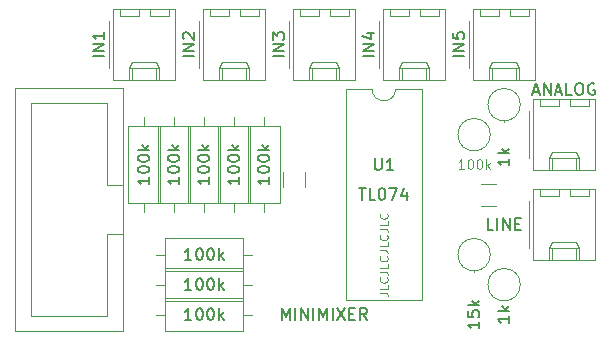
<source format=gbr>
%TF.GenerationSoftware,KiCad,Pcbnew,(6.0.5)*%
%TF.CreationDate,2022-06-03T17:18:30-04:00*%
%TF.ProjectId,minimixer,6d696e69-6d69-4786-9572-2e6b69636164,rev?*%
%TF.SameCoordinates,Original*%
%TF.FileFunction,Legend,Top*%
%TF.FilePolarity,Positive*%
%FSLAX46Y46*%
G04 Gerber Fmt 4.6, Leading zero omitted, Abs format (unit mm)*
G04 Created by KiCad (PCBNEW (6.0.5)) date 2022-06-03 17:18:30*
%MOMM*%
%LPD*%
G01*
G04 APERTURE LIST*
%ADD10C,0.150000*%
%ADD11C,0.120000*%
G04 APERTURE END LIST*
D10*
X86598571Y-157932380D02*
X86598571Y-156932380D01*
X86931904Y-157646666D01*
X87265238Y-156932380D01*
X87265238Y-157932380D01*
X87741428Y-157932380D02*
X87741428Y-156932380D01*
X88217619Y-157932380D02*
X88217619Y-156932380D01*
X88789047Y-157932380D01*
X88789047Y-156932380D01*
X89265238Y-157932380D02*
X89265238Y-156932380D01*
X89741428Y-157932380D02*
X89741428Y-156932380D01*
X90074761Y-157646666D01*
X90408095Y-156932380D01*
X90408095Y-157932380D01*
X90884285Y-157932380D02*
X90884285Y-156932380D01*
X91265238Y-156932380D02*
X91931904Y-157932380D01*
X91931904Y-156932380D02*
X91265238Y-157932380D01*
X92312857Y-157408571D02*
X92646190Y-157408571D01*
X92789047Y-157932380D02*
X92312857Y-157932380D01*
X92312857Y-156932380D01*
X92789047Y-156932380D01*
X93789047Y-157932380D02*
X93455714Y-157456190D01*
X93217619Y-157932380D02*
X93217619Y-156932380D01*
X93598571Y-156932380D01*
X93693809Y-156980000D01*
X93741428Y-157027619D01*
X93789047Y-157122857D01*
X93789047Y-157265714D01*
X93741428Y-157360952D01*
X93693809Y-157408571D01*
X93598571Y-157456190D01*
X93217619Y-157456190D01*
D11*
X94866666Y-155633333D02*
X95366666Y-155633333D01*
X95466666Y-155666666D01*
X95533333Y-155733333D01*
X95566666Y-155833333D01*
X95566666Y-155900000D01*
X95566666Y-154966666D02*
X95566666Y-155300000D01*
X94866666Y-155300000D01*
X95500000Y-154333333D02*
X95533333Y-154366666D01*
X95566666Y-154466666D01*
X95566666Y-154533333D01*
X95533333Y-154633333D01*
X95466666Y-154700000D01*
X95400000Y-154733333D01*
X95266666Y-154766666D01*
X95166666Y-154766666D01*
X95033333Y-154733333D01*
X94966666Y-154700000D01*
X94900000Y-154633333D01*
X94866666Y-154533333D01*
X94866666Y-154466666D01*
X94900000Y-154366666D01*
X94933333Y-154333333D01*
X94866666Y-153833333D02*
X95366666Y-153833333D01*
X95466666Y-153866666D01*
X95533333Y-153933333D01*
X95566666Y-154033333D01*
X95566666Y-154100000D01*
X95566666Y-153166666D02*
X95566666Y-153500000D01*
X94866666Y-153500000D01*
X95500000Y-152533333D02*
X95533333Y-152566666D01*
X95566666Y-152666666D01*
X95566666Y-152733333D01*
X95533333Y-152833333D01*
X95466666Y-152900000D01*
X95400000Y-152933333D01*
X95266666Y-152966666D01*
X95166666Y-152966666D01*
X95033333Y-152933333D01*
X94966666Y-152900000D01*
X94900000Y-152833333D01*
X94866666Y-152733333D01*
X94866666Y-152666666D01*
X94900000Y-152566666D01*
X94933333Y-152533333D01*
X94866666Y-152033333D02*
X95366666Y-152033333D01*
X95466666Y-152066666D01*
X95533333Y-152133333D01*
X95566666Y-152233333D01*
X95566666Y-152300000D01*
X95566666Y-151366666D02*
X95566666Y-151700000D01*
X94866666Y-151700000D01*
X95500000Y-150733333D02*
X95533333Y-150766666D01*
X95566666Y-150866666D01*
X95566666Y-150933333D01*
X95533333Y-151033333D01*
X95466666Y-151100000D01*
X95400000Y-151133333D01*
X95266666Y-151166666D01*
X95166666Y-151166666D01*
X95033333Y-151133333D01*
X94966666Y-151100000D01*
X94900000Y-151033333D01*
X94866666Y-150933333D01*
X94866666Y-150866666D01*
X94900000Y-150766666D01*
X94933333Y-150733333D01*
X94866666Y-150233333D02*
X95366666Y-150233333D01*
X95466666Y-150266666D01*
X95533333Y-150333333D01*
X95566666Y-150433333D01*
X95566666Y-150500000D01*
X95566666Y-149566666D02*
X95566666Y-149900000D01*
X94866666Y-149900000D01*
X95500000Y-148933333D02*
X95533333Y-148966666D01*
X95566666Y-149066666D01*
X95566666Y-149133333D01*
X95533333Y-149233333D01*
X95466666Y-149300000D01*
X95400000Y-149333333D01*
X95266666Y-149366666D01*
X95166666Y-149366666D01*
X95033333Y-149333333D01*
X94966666Y-149300000D01*
X94900000Y-149233333D01*
X94866666Y-149133333D01*
X94866666Y-149066666D01*
X94900000Y-148966666D01*
X94933333Y-148933333D01*
D10*
%TO.C,R2*%
X77922380Y-145851428D02*
X77922380Y-146422857D01*
X77922380Y-146137142D02*
X76922380Y-146137142D01*
X77065238Y-146232380D01*
X77160476Y-146327619D01*
X77208095Y-146422857D01*
X76922380Y-145232380D02*
X76922380Y-145137142D01*
X76970000Y-145041904D01*
X77017619Y-144994285D01*
X77112857Y-144946666D01*
X77303333Y-144899047D01*
X77541428Y-144899047D01*
X77731904Y-144946666D01*
X77827142Y-144994285D01*
X77874761Y-145041904D01*
X77922380Y-145137142D01*
X77922380Y-145232380D01*
X77874761Y-145327619D01*
X77827142Y-145375238D01*
X77731904Y-145422857D01*
X77541428Y-145470476D01*
X77303333Y-145470476D01*
X77112857Y-145422857D01*
X77017619Y-145375238D01*
X76970000Y-145327619D01*
X76922380Y-145232380D01*
X76922380Y-144280000D02*
X76922380Y-144184761D01*
X76970000Y-144089523D01*
X77017619Y-144041904D01*
X77112857Y-143994285D01*
X77303333Y-143946666D01*
X77541428Y-143946666D01*
X77731904Y-143994285D01*
X77827142Y-144041904D01*
X77874761Y-144089523D01*
X77922380Y-144184761D01*
X77922380Y-144280000D01*
X77874761Y-144375238D01*
X77827142Y-144422857D01*
X77731904Y-144470476D01*
X77541428Y-144518095D01*
X77303333Y-144518095D01*
X77112857Y-144470476D01*
X77017619Y-144422857D01*
X76970000Y-144375238D01*
X76922380Y-144280000D01*
X77922380Y-143518095D02*
X76922380Y-143518095D01*
X77541428Y-143422857D02*
X77922380Y-143137142D01*
X77255714Y-143137142D02*
X77636666Y-143518095D01*
%TO.C,R3*%
X80462380Y-145851428D02*
X80462380Y-146422857D01*
X80462380Y-146137142D02*
X79462380Y-146137142D01*
X79605238Y-146232380D01*
X79700476Y-146327619D01*
X79748095Y-146422857D01*
X79462380Y-145232380D02*
X79462380Y-145137142D01*
X79510000Y-145041904D01*
X79557619Y-144994285D01*
X79652857Y-144946666D01*
X79843333Y-144899047D01*
X80081428Y-144899047D01*
X80271904Y-144946666D01*
X80367142Y-144994285D01*
X80414761Y-145041904D01*
X80462380Y-145137142D01*
X80462380Y-145232380D01*
X80414761Y-145327619D01*
X80367142Y-145375238D01*
X80271904Y-145422857D01*
X80081428Y-145470476D01*
X79843333Y-145470476D01*
X79652857Y-145422857D01*
X79557619Y-145375238D01*
X79510000Y-145327619D01*
X79462380Y-145232380D01*
X79462380Y-144280000D02*
X79462380Y-144184761D01*
X79510000Y-144089523D01*
X79557619Y-144041904D01*
X79652857Y-143994285D01*
X79843333Y-143946666D01*
X80081428Y-143946666D01*
X80271904Y-143994285D01*
X80367142Y-144041904D01*
X80414761Y-144089523D01*
X80462380Y-144184761D01*
X80462380Y-144280000D01*
X80414761Y-144375238D01*
X80367142Y-144422857D01*
X80271904Y-144470476D01*
X80081428Y-144518095D01*
X79843333Y-144518095D01*
X79652857Y-144470476D01*
X79557619Y-144422857D01*
X79510000Y-144375238D01*
X79462380Y-144280000D01*
X80462380Y-143518095D02*
X79462380Y-143518095D01*
X80081428Y-143422857D02*
X80462380Y-143137142D01*
X79795714Y-143137142D02*
X80176666Y-143518095D01*
%TO.C,J3*%
X86812380Y-135620000D02*
X85812380Y-135620000D01*
X86812380Y-135143809D02*
X85812380Y-135143809D01*
X86812380Y-134572380D01*
X85812380Y-134572380D01*
X85812380Y-134191428D02*
X85812380Y-133572380D01*
X86193333Y-133905714D01*
X86193333Y-133762857D01*
X86240952Y-133667619D01*
X86288571Y-133620000D01*
X86383809Y-133572380D01*
X86621904Y-133572380D01*
X86717142Y-133620000D01*
X86764761Y-133667619D01*
X86812380Y-133762857D01*
X86812380Y-134048571D01*
X86764761Y-134143809D01*
X86717142Y-134191428D01*
%TO.C,J6*%
X107870952Y-138596666D02*
X108347142Y-138596666D01*
X107775714Y-138882380D02*
X108109047Y-137882380D01*
X108442380Y-138882380D01*
X108775714Y-138882380D02*
X108775714Y-137882380D01*
X109347142Y-138882380D01*
X109347142Y-137882380D01*
X109775714Y-138596666D02*
X110251904Y-138596666D01*
X109680476Y-138882380D02*
X110013809Y-137882380D01*
X110347142Y-138882380D01*
X111156666Y-138882380D02*
X110680476Y-138882380D01*
X110680476Y-137882380D01*
X111680476Y-137882380D02*
X111870952Y-137882380D01*
X111966190Y-137930000D01*
X112061428Y-138025238D01*
X112109047Y-138215714D01*
X112109047Y-138549047D01*
X112061428Y-138739523D01*
X111966190Y-138834761D01*
X111870952Y-138882380D01*
X111680476Y-138882380D01*
X111585238Y-138834761D01*
X111490000Y-138739523D01*
X111442380Y-138549047D01*
X111442380Y-138215714D01*
X111490000Y-138025238D01*
X111585238Y-137930000D01*
X111680476Y-137882380D01*
X113061428Y-137930000D02*
X112966190Y-137882380D01*
X112823333Y-137882380D01*
X112680476Y-137930000D01*
X112585238Y-138025238D01*
X112537619Y-138120476D01*
X112490000Y-138310952D01*
X112490000Y-138453809D01*
X112537619Y-138644285D01*
X112585238Y-138739523D01*
X112680476Y-138834761D01*
X112823333Y-138882380D01*
X112918571Y-138882380D01*
X113061428Y-138834761D01*
X113109047Y-138787142D01*
X113109047Y-138453809D01*
X112918571Y-138453809D01*
%TO.C,R12*%
X105862380Y-157599047D02*
X105862380Y-158170476D01*
X105862380Y-157884761D02*
X104862380Y-157884761D01*
X105005238Y-157980000D01*
X105100476Y-158075238D01*
X105148095Y-158170476D01*
X105862380Y-157170476D02*
X104862380Y-157170476D01*
X105481428Y-157075238D02*
X105862380Y-156789523D01*
X105195714Y-156789523D02*
X105576666Y-157170476D01*
%TO.C,J2*%
X79192380Y-135620000D02*
X78192380Y-135620000D01*
X79192380Y-135143809D02*
X78192380Y-135143809D01*
X79192380Y-134572380D01*
X78192380Y-134572380D01*
X78287619Y-134143809D02*
X78240000Y-134096190D01*
X78192380Y-134000952D01*
X78192380Y-133762857D01*
X78240000Y-133667619D01*
X78287619Y-133620000D01*
X78382857Y-133572380D01*
X78478095Y-133572380D01*
X78620952Y-133620000D01*
X79192380Y-134191428D01*
X79192380Y-133572380D01*
%TO.C,R1*%
X75382380Y-145851428D02*
X75382380Y-146422857D01*
X75382380Y-146137142D02*
X74382380Y-146137142D01*
X74525238Y-146232380D01*
X74620476Y-146327619D01*
X74668095Y-146422857D01*
X74382380Y-145232380D02*
X74382380Y-145137142D01*
X74430000Y-145041904D01*
X74477619Y-144994285D01*
X74572857Y-144946666D01*
X74763333Y-144899047D01*
X75001428Y-144899047D01*
X75191904Y-144946666D01*
X75287142Y-144994285D01*
X75334761Y-145041904D01*
X75382380Y-145137142D01*
X75382380Y-145232380D01*
X75334761Y-145327619D01*
X75287142Y-145375238D01*
X75191904Y-145422857D01*
X75001428Y-145470476D01*
X74763333Y-145470476D01*
X74572857Y-145422857D01*
X74477619Y-145375238D01*
X74430000Y-145327619D01*
X74382380Y-145232380D01*
X74382380Y-144280000D02*
X74382380Y-144184761D01*
X74430000Y-144089523D01*
X74477619Y-144041904D01*
X74572857Y-143994285D01*
X74763333Y-143946666D01*
X75001428Y-143946666D01*
X75191904Y-143994285D01*
X75287142Y-144041904D01*
X75334761Y-144089523D01*
X75382380Y-144184761D01*
X75382380Y-144280000D01*
X75334761Y-144375238D01*
X75287142Y-144422857D01*
X75191904Y-144470476D01*
X75001428Y-144518095D01*
X74763333Y-144518095D01*
X74572857Y-144470476D01*
X74477619Y-144422857D01*
X74430000Y-144375238D01*
X74382380Y-144280000D01*
X75382380Y-143518095D02*
X74382380Y-143518095D01*
X75001428Y-143422857D02*
X75382380Y-143137142D01*
X74715714Y-143137142D02*
X75096666Y-143518095D01*
%TO.C,R4*%
X83002380Y-145851428D02*
X83002380Y-146422857D01*
X83002380Y-146137142D02*
X82002380Y-146137142D01*
X82145238Y-146232380D01*
X82240476Y-146327619D01*
X82288095Y-146422857D01*
X82002380Y-145232380D02*
X82002380Y-145137142D01*
X82050000Y-145041904D01*
X82097619Y-144994285D01*
X82192857Y-144946666D01*
X82383333Y-144899047D01*
X82621428Y-144899047D01*
X82811904Y-144946666D01*
X82907142Y-144994285D01*
X82954761Y-145041904D01*
X83002380Y-145137142D01*
X83002380Y-145232380D01*
X82954761Y-145327619D01*
X82907142Y-145375238D01*
X82811904Y-145422857D01*
X82621428Y-145470476D01*
X82383333Y-145470476D01*
X82192857Y-145422857D01*
X82097619Y-145375238D01*
X82050000Y-145327619D01*
X82002380Y-145232380D01*
X82002380Y-144280000D02*
X82002380Y-144184761D01*
X82050000Y-144089523D01*
X82097619Y-144041904D01*
X82192857Y-143994285D01*
X82383333Y-143946666D01*
X82621428Y-143946666D01*
X82811904Y-143994285D01*
X82907142Y-144041904D01*
X82954761Y-144089523D01*
X83002380Y-144184761D01*
X83002380Y-144280000D01*
X82954761Y-144375238D01*
X82907142Y-144422857D01*
X82811904Y-144470476D01*
X82621428Y-144518095D01*
X82383333Y-144518095D01*
X82192857Y-144470476D01*
X82097619Y-144422857D01*
X82050000Y-144375238D01*
X82002380Y-144280000D01*
X83002380Y-143518095D02*
X82002380Y-143518095D01*
X82621428Y-143422857D02*
X83002380Y-143137142D01*
X82335714Y-143137142D02*
X82716666Y-143518095D01*
%TO.C,R10*%
X78938571Y-155392380D02*
X78367142Y-155392380D01*
X78652857Y-155392380D02*
X78652857Y-154392380D01*
X78557619Y-154535238D01*
X78462380Y-154630476D01*
X78367142Y-154678095D01*
X79557619Y-154392380D02*
X79652857Y-154392380D01*
X79748095Y-154440000D01*
X79795714Y-154487619D01*
X79843333Y-154582857D01*
X79890952Y-154773333D01*
X79890952Y-155011428D01*
X79843333Y-155201904D01*
X79795714Y-155297142D01*
X79748095Y-155344761D01*
X79652857Y-155392380D01*
X79557619Y-155392380D01*
X79462380Y-155344761D01*
X79414761Y-155297142D01*
X79367142Y-155201904D01*
X79319523Y-155011428D01*
X79319523Y-154773333D01*
X79367142Y-154582857D01*
X79414761Y-154487619D01*
X79462380Y-154440000D01*
X79557619Y-154392380D01*
X80510000Y-154392380D02*
X80605238Y-154392380D01*
X80700476Y-154440000D01*
X80748095Y-154487619D01*
X80795714Y-154582857D01*
X80843333Y-154773333D01*
X80843333Y-155011428D01*
X80795714Y-155201904D01*
X80748095Y-155297142D01*
X80700476Y-155344761D01*
X80605238Y-155392380D01*
X80510000Y-155392380D01*
X80414761Y-155344761D01*
X80367142Y-155297142D01*
X80319523Y-155201904D01*
X80271904Y-155011428D01*
X80271904Y-154773333D01*
X80319523Y-154582857D01*
X80367142Y-154487619D01*
X80414761Y-154440000D01*
X80510000Y-154392380D01*
X81271904Y-155392380D02*
X81271904Y-154392380D01*
X81367142Y-155011428D02*
X81652857Y-155392380D01*
X81652857Y-154725714D02*
X81271904Y-155106666D01*
%TO.C,R11*%
X103322380Y-158075238D02*
X103322380Y-158646666D01*
X103322380Y-158360952D02*
X102322380Y-158360952D01*
X102465238Y-158456190D01*
X102560476Y-158551428D01*
X102608095Y-158646666D01*
X102322380Y-157170476D02*
X102322380Y-157646666D01*
X102798571Y-157694285D01*
X102750952Y-157646666D01*
X102703333Y-157551428D01*
X102703333Y-157313333D01*
X102750952Y-157218095D01*
X102798571Y-157170476D01*
X102893809Y-157122857D01*
X103131904Y-157122857D01*
X103227142Y-157170476D01*
X103274761Y-157218095D01*
X103322380Y-157313333D01*
X103322380Y-157551428D01*
X103274761Y-157646666D01*
X103227142Y-157694285D01*
X103322380Y-156694285D02*
X102322380Y-156694285D01*
X102941428Y-156599047D02*
X103322380Y-156313333D01*
X102655714Y-156313333D02*
X103036666Y-156694285D01*
%TO.C,R6*%
X78938571Y-152852380D02*
X78367142Y-152852380D01*
X78652857Y-152852380D02*
X78652857Y-151852380D01*
X78557619Y-151995238D01*
X78462380Y-152090476D01*
X78367142Y-152138095D01*
X79557619Y-151852380D02*
X79652857Y-151852380D01*
X79748095Y-151900000D01*
X79795714Y-151947619D01*
X79843333Y-152042857D01*
X79890952Y-152233333D01*
X79890952Y-152471428D01*
X79843333Y-152661904D01*
X79795714Y-152757142D01*
X79748095Y-152804761D01*
X79652857Y-152852380D01*
X79557619Y-152852380D01*
X79462380Y-152804761D01*
X79414761Y-152757142D01*
X79367142Y-152661904D01*
X79319523Y-152471428D01*
X79319523Y-152233333D01*
X79367142Y-152042857D01*
X79414761Y-151947619D01*
X79462380Y-151900000D01*
X79557619Y-151852380D01*
X80510000Y-151852380D02*
X80605238Y-151852380D01*
X80700476Y-151900000D01*
X80748095Y-151947619D01*
X80795714Y-152042857D01*
X80843333Y-152233333D01*
X80843333Y-152471428D01*
X80795714Y-152661904D01*
X80748095Y-152757142D01*
X80700476Y-152804761D01*
X80605238Y-152852380D01*
X80510000Y-152852380D01*
X80414761Y-152804761D01*
X80367142Y-152757142D01*
X80319523Y-152661904D01*
X80271904Y-152471428D01*
X80271904Y-152233333D01*
X80319523Y-152042857D01*
X80367142Y-151947619D01*
X80414761Y-151900000D01*
X80510000Y-151852380D01*
X81271904Y-152852380D02*
X81271904Y-151852380D01*
X81367142Y-152471428D02*
X81652857Y-152852380D01*
X81652857Y-152185714D02*
X81271904Y-152566666D01*
%TO.C,R7*%
X78938571Y-157932380D02*
X78367142Y-157932380D01*
X78652857Y-157932380D02*
X78652857Y-156932380D01*
X78557619Y-157075238D01*
X78462380Y-157170476D01*
X78367142Y-157218095D01*
X79557619Y-156932380D02*
X79652857Y-156932380D01*
X79748095Y-156980000D01*
X79795714Y-157027619D01*
X79843333Y-157122857D01*
X79890952Y-157313333D01*
X79890952Y-157551428D01*
X79843333Y-157741904D01*
X79795714Y-157837142D01*
X79748095Y-157884761D01*
X79652857Y-157932380D01*
X79557619Y-157932380D01*
X79462380Y-157884761D01*
X79414761Y-157837142D01*
X79367142Y-157741904D01*
X79319523Y-157551428D01*
X79319523Y-157313333D01*
X79367142Y-157122857D01*
X79414761Y-157027619D01*
X79462380Y-156980000D01*
X79557619Y-156932380D01*
X80510000Y-156932380D02*
X80605238Y-156932380D01*
X80700476Y-156980000D01*
X80748095Y-157027619D01*
X80795714Y-157122857D01*
X80843333Y-157313333D01*
X80843333Y-157551428D01*
X80795714Y-157741904D01*
X80748095Y-157837142D01*
X80700476Y-157884761D01*
X80605238Y-157932380D01*
X80510000Y-157932380D01*
X80414761Y-157884761D01*
X80367142Y-157837142D01*
X80319523Y-157741904D01*
X80271904Y-157551428D01*
X80271904Y-157313333D01*
X80319523Y-157122857D01*
X80367142Y-157027619D01*
X80414761Y-156980000D01*
X80510000Y-156932380D01*
X81271904Y-157932380D02*
X81271904Y-156932380D01*
X81367142Y-157551428D02*
X81652857Y-157932380D01*
X81652857Y-157265714D02*
X81271904Y-157646666D01*
D11*
%TO.C,R8*%
X102012857Y-145141904D02*
X101555714Y-145141904D01*
X101784285Y-145141904D02*
X101784285Y-144341904D01*
X101708095Y-144456190D01*
X101631904Y-144532380D01*
X101555714Y-144570476D01*
X102508095Y-144341904D02*
X102584285Y-144341904D01*
X102660476Y-144380000D01*
X102698571Y-144418095D01*
X102736666Y-144494285D01*
X102774761Y-144646666D01*
X102774761Y-144837142D01*
X102736666Y-144989523D01*
X102698571Y-145065714D01*
X102660476Y-145103809D01*
X102584285Y-145141904D01*
X102508095Y-145141904D01*
X102431904Y-145103809D01*
X102393809Y-145065714D01*
X102355714Y-144989523D01*
X102317619Y-144837142D01*
X102317619Y-144646666D01*
X102355714Y-144494285D01*
X102393809Y-144418095D01*
X102431904Y-144380000D01*
X102508095Y-144341904D01*
X103270000Y-144341904D02*
X103346190Y-144341904D01*
X103422380Y-144380000D01*
X103460476Y-144418095D01*
X103498571Y-144494285D01*
X103536666Y-144646666D01*
X103536666Y-144837142D01*
X103498571Y-144989523D01*
X103460476Y-145065714D01*
X103422380Y-145103809D01*
X103346190Y-145141904D01*
X103270000Y-145141904D01*
X103193809Y-145103809D01*
X103155714Y-145065714D01*
X103117619Y-144989523D01*
X103079523Y-144837142D01*
X103079523Y-144646666D01*
X103117619Y-144494285D01*
X103155714Y-144418095D01*
X103193809Y-144380000D01*
X103270000Y-144341904D01*
X103879523Y-145141904D02*
X103879523Y-144341904D01*
X103955714Y-144837142D02*
X104184285Y-145141904D01*
X104184285Y-144608571D02*
X103879523Y-144913333D01*
D10*
%TO.C,R9*%
X105862380Y-144264047D02*
X105862380Y-144835476D01*
X105862380Y-144549761D02*
X104862380Y-144549761D01*
X105005238Y-144645000D01*
X105100476Y-144740238D01*
X105148095Y-144835476D01*
X105862380Y-143835476D02*
X104862380Y-143835476D01*
X105481428Y-143740238D02*
X105862380Y-143454523D01*
X105195714Y-143454523D02*
X105576666Y-143835476D01*
%TO.C,J5*%
X102052380Y-135620000D02*
X101052380Y-135620000D01*
X102052380Y-135143809D02*
X101052380Y-135143809D01*
X102052380Y-134572380D01*
X101052380Y-134572380D01*
X101052380Y-133620000D02*
X101052380Y-134096190D01*
X101528571Y-134143809D01*
X101480952Y-134096190D01*
X101433333Y-134000952D01*
X101433333Y-133762857D01*
X101480952Y-133667619D01*
X101528571Y-133620000D01*
X101623809Y-133572380D01*
X101861904Y-133572380D01*
X101957142Y-133620000D01*
X102004761Y-133667619D01*
X102052380Y-133762857D01*
X102052380Y-134000952D01*
X102004761Y-134096190D01*
X101957142Y-134143809D01*
%TO.C,R5*%
X85542380Y-145851428D02*
X85542380Y-146422857D01*
X85542380Y-146137142D02*
X84542380Y-146137142D01*
X84685238Y-146232380D01*
X84780476Y-146327619D01*
X84828095Y-146422857D01*
X84542380Y-145232380D02*
X84542380Y-145137142D01*
X84590000Y-145041904D01*
X84637619Y-144994285D01*
X84732857Y-144946666D01*
X84923333Y-144899047D01*
X85161428Y-144899047D01*
X85351904Y-144946666D01*
X85447142Y-144994285D01*
X85494761Y-145041904D01*
X85542380Y-145137142D01*
X85542380Y-145232380D01*
X85494761Y-145327619D01*
X85447142Y-145375238D01*
X85351904Y-145422857D01*
X85161428Y-145470476D01*
X84923333Y-145470476D01*
X84732857Y-145422857D01*
X84637619Y-145375238D01*
X84590000Y-145327619D01*
X84542380Y-145232380D01*
X84542380Y-144280000D02*
X84542380Y-144184761D01*
X84590000Y-144089523D01*
X84637619Y-144041904D01*
X84732857Y-143994285D01*
X84923333Y-143946666D01*
X85161428Y-143946666D01*
X85351904Y-143994285D01*
X85447142Y-144041904D01*
X85494761Y-144089523D01*
X85542380Y-144184761D01*
X85542380Y-144280000D01*
X85494761Y-144375238D01*
X85447142Y-144422857D01*
X85351904Y-144470476D01*
X85161428Y-144518095D01*
X84923333Y-144518095D01*
X84732857Y-144470476D01*
X84637619Y-144422857D01*
X84590000Y-144375238D01*
X84542380Y-144280000D01*
X85542380Y-143518095D02*
X84542380Y-143518095D01*
X85161428Y-143422857D02*
X85542380Y-143137142D01*
X84875714Y-143137142D02*
X85256666Y-143518095D01*
%TO.C,U1*%
X94468095Y-144232380D02*
X94468095Y-145041904D01*
X94515714Y-145137142D01*
X94563333Y-145184761D01*
X94658571Y-145232380D01*
X94849047Y-145232380D01*
X94944285Y-145184761D01*
X94991904Y-145137142D01*
X95039523Y-145041904D01*
X95039523Y-144232380D01*
X96039523Y-145232380D02*
X95468095Y-145232380D01*
X95753809Y-145232380D02*
X95753809Y-144232380D01*
X95658571Y-144375238D01*
X95563333Y-144470476D01*
X95468095Y-144518095D01*
X93110952Y-146772380D02*
X93682380Y-146772380D01*
X93396666Y-147772380D02*
X93396666Y-146772380D01*
X94491904Y-147772380D02*
X94015714Y-147772380D01*
X94015714Y-146772380D01*
X95015714Y-146772380D02*
X95110952Y-146772380D01*
X95206190Y-146820000D01*
X95253809Y-146867619D01*
X95301428Y-146962857D01*
X95349047Y-147153333D01*
X95349047Y-147391428D01*
X95301428Y-147581904D01*
X95253809Y-147677142D01*
X95206190Y-147724761D01*
X95110952Y-147772380D01*
X95015714Y-147772380D01*
X94920476Y-147724761D01*
X94872857Y-147677142D01*
X94825238Y-147581904D01*
X94777619Y-147391428D01*
X94777619Y-147153333D01*
X94825238Y-146962857D01*
X94872857Y-146867619D01*
X94920476Y-146820000D01*
X95015714Y-146772380D01*
X95682380Y-146772380D02*
X96349047Y-146772380D01*
X95920476Y-147772380D01*
X97158571Y-147105714D02*
X97158571Y-147772380D01*
X96920476Y-146724761D02*
X96682380Y-147439047D01*
X97301428Y-147439047D01*
%TO.C,J8*%
X104505238Y-150312380D02*
X104029047Y-150312380D01*
X104029047Y-149312380D01*
X104838571Y-150312380D02*
X104838571Y-149312380D01*
X105314761Y-150312380D02*
X105314761Y-149312380D01*
X105886190Y-150312380D01*
X105886190Y-149312380D01*
X106362380Y-149788571D02*
X106695714Y-149788571D01*
X106838571Y-150312380D02*
X106362380Y-150312380D01*
X106362380Y-149312380D01*
X106838571Y-149312380D01*
%TO.C,J4*%
X94432380Y-135620000D02*
X93432380Y-135620000D01*
X94432380Y-135143809D02*
X93432380Y-135143809D01*
X94432380Y-134572380D01*
X93432380Y-134572380D01*
X93765714Y-133667619D02*
X94432380Y-133667619D01*
X93384761Y-133905714D02*
X94099047Y-134143809D01*
X94099047Y-133524761D01*
%TO.C,J1*%
X71572380Y-135620000D02*
X70572380Y-135620000D01*
X71572380Y-135143809D02*
X70572380Y-135143809D01*
X71572380Y-134572380D01*
X70572380Y-134572380D01*
X71572380Y-133572380D02*
X71572380Y-134143809D01*
X71572380Y-133858095D02*
X70572380Y-133858095D01*
X70715238Y-133953333D01*
X70810476Y-134048571D01*
X70858095Y-134143809D01*
D11*
%TO.C,R2*%
X77470000Y-148820000D02*
X77470000Y-148050000D01*
X78840000Y-141510000D02*
X76100000Y-141510000D01*
X76100000Y-148050000D02*
X78840000Y-148050000D01*
X77470000Y-140740000D02*
X77470000Y-141510000D01*
X78840000Y-148050000D02*
X78840000Y-141510000D01*
X76100000Y-141510000D02*
X76100000Y-148050000D01*
%TO.C,R3*%
X81380000Y-141510000D02*
X78640000Y-141510000D01*
X80010000Y-140740000D02*
X80010000Y-141510000D01*
X78640000Y-148050000D02*
X81380000Y-148050000D01*
X80010000Y-148820000D02*
X80010000Y-148050000D01*
X78640000Y-141510000D02*
X78640000Y-148050000D01*
X81380000Y-148050000D02*
X81380000Y-141510000D01*
%TO.C,J3*%
X91190000Y-137610000D02*
X91190000Y-136610000D01*
X92820000Y-131590000D02*
X87520000Y-131590000D01*
X91440000Y-136610000D02*
X91440000Y-137610000D01*
X87520000Y-137610000D02*
X92820000Y-137610000D01*
X88900000Y-137610000D02*
X88900000Y-136610000D01*
X92820000Y-137610000D02*
X92820000Y-131590000D01*
X91190000Y-136080000D02*
X91440000Y-136610000D01*
X90640000Y-132190000D02*
X92240000Y-132190000D01*
X88100000Y-132190000D02*
X89700000Y-132190000D01*
X89150000Y-137610000D02*
X89150000Y-136610000D01*
X89700000Y-132190000D02*
X89700000Y-131590000D01*
X90640000Y-131590000D02*
X90640000Y-132190000D01*
X87520000Y-131590000D02*
X87520000Y-137610000D01*
X92240000Y-132190000D02*
X92240000Y-131590000D01*
X88900000Y-136610000D02*
X89150000Y-136080000D01*
X89150000Y-136080000D02*
X91190000Y-136080000D01*
X88100000Y-131590000D02*
X88100000Y-132190000D01*
X87230000Y-132620000D02*
X87230000Y-136620000D01*
X88900000Y-136610000D02*
X91440000Y-136610000D01*
%TO.C,J6*%
X108420000Y-139210000D02*
X108420000Y-139810000D01*
X110020000Y-139810000D02*
X110020000Y-139210000D01*
X111510000Y-143700000D02*
X111760000Y-144230000D01*
X110960000Y-139810000D02*
X112560000Y-139810000D01*
X111760000Y-144230000D02*
X111760000Y-145230000D01*
X110960000Y-139210000D02*
X110960000Y-139810000D01*
X107550000Y-140240000D02*
X107550000Y-144240000D01*
X109220000Y-145230000D02*
X109220000Y-144230000D01*
X111510000Y-145230000D02*
X111510000Y-144230000D01*
X108420000Y-139810000D02*
X110020000Y-139810000D01*
X107840000Y-139210000D02*
X107840000Y-145230000D01*
X109470000Y-143700000D02*
X111510000Y-143700000D01*
X109220000Y-144230000D02*
X111760000Y-144230000D01*
X113140000Y-139210000D02*
X107840000Y-139210000D01*
X107840000Y-145230000D02*
X113140000Y-145230000D01*
X109470000Y-145230000D02*
X109470000Y-144230000D01*
X112560000Y-139810000D02*
X112560000Y-139210000D01*
X109220000Y-144230000D02*
X109470000Y-143700000D01*
X113140000Y-145230000D02*
X113140000Y-139210000D01*
%TO.C,R12*%
X105410000Y-153570000D02*
X105410000Y-153500000D01*
X106780000Y-154940000D02*
G75*
G03*
X106780000Y-154940000I-1370000J0D01*
G01*
%TO.C,J2*%
X84620000Y-132190000D02*
X84620000Y-131590000D01*
X85200000Y-131590000D02*
X79900000Y-131590000D01*
X79610000Y-132620000D02*
X79610000Y-136620000D01*
X83820000Y-136610000D02*
X83820000Y-137610000D01*
X81280000Y-137610000D02*
X81280000Y-136610000D01*
X81280000Y-136610000D02*
X83820000Y-136610000D01*
X79900000Y-137610000D02*
X85200000Y-137610000D01*
X80480000Y-131590000D02*
X80480000Y-132190000D01*
X81530000Y-136080000D02*
X83570000Y-136080000D01*
X83570000Y-136080000D02*
X83820000Y-136610000D01*
X83020000Y-131590000D02*
X83020000Y-132190000D01*
X81530000Y-137610000D02*
X81530000Y-136610000D01*
X79900000Y-131590000D02*
X79900000Y-137610000D01*
X81280000Y-136610000D02*
X81530000Y-136080000D01*
X85200000Y-137610000D02*
X85200000Y-131590000D01*
X80480000Y-132190000D02*
X82080000Y-132190000D01*
X83570000Y-137610000D02*
X83570000Y-136610000D01*
X82080000Y-132190000D02*
X82080000Y-131590000D01*
X83020000Y-132190000D02*
X84620000Y-132190000D01*
%TO.C,R1*%
X76300000Y-141510000D02*
X73560000Y-141510000D01*
X76300000Y-148050000D02*
X76300000Y-141510000D01*
X74930000Y-148820000D02*
X74930000Y-148050000D01*
X73560000Y-141510000D02*
X73560000Y-148050000D01*
X74930000Y-140740000D02*
X74930000Y-141510000D01*
X73560000Y-148050000D02*
X76300000Y-148050000D01*
%TO.C,R4*%
X81180000Y-141510000D02*
X81180000Y-148050000D01*
X82550000Y-148820000D02*
X82550000Y-148050000D01*
X83920000Y-148050000D02*
X83920000Y-141510000D01*
X83920000Y-141510000D02*
X81180000Y-141510000D01*
X82550000Y-140740000D02*
X82550000Y-141510000D01*
X81180000Y-148050000D02*
X83920000Y-148050000D01*
%TO.C,C1*%
X86710000Y-146699000D02*
X86710000Y-145441000D01*
X88550000Y-146699000D02*
X88550000Y-145441000D01*
%TO.C,R10*%
X84050000Y-154940000D02*
X83280000Y-154940000D01*
X76740000Y-156310000D02*
X83280000Y-156310000D01*
X76740000Y-153570000D02*
X76740000Y-156310000D01*
X83280000Y-156310000D02*
X83280000Y-153570000D01*
X83280000Y-153570000D02*
X76740000Y-153570000D01*
X75970000Y-154940000D02*
X76740000Y-154940000D01*
%TO.C,R11*%
X102870000Y-153770000D02*
X102870000Y-153840000D01*
X104240000Y-152400000D02*
G75*
G03*
X104240000Y-152400000I-1370000J0D01*
G01*
%TO.C,R6*%
X83280000Y-153770000D02*
X83280000Y-151030000D01*
X83280000Y-151030000D02*
X76740000Y-151030000D01*
X75970000Y-152400000D02*
X76740000Y-152400000D01*
X76740000Y-153770000D02*
X83280000Y-153770000D01*
X76740000Y-151030000D02*
X76740000Y-153770000D01*
X84050000Y-152400000D02*
X83280000Y-152400000D01*
%TO.C,R7*%
X76740000Y-158850000D02*
X83280000Y-158850000D01*
X76740000Y-156110000D02*
X76740000Y-158850000D01*
X83280000Y-156110000D02*
X76740000Y-156110000D01*
X83280000Y-158850000D02*
X83280000Y-156110000D01*
X84050000Y-157480000D02*
X83280000Y-157480000D01*
X75970000Y-157480000D02*
X76740000Y-157480000D01*
%TO.C,J7*%
X73140000Y-158880000D02*
X64020000Y-158880000D01*
X64020000Y-138300000D02*
X73140000Y-138300000D01*
X71830000Y-150640000D02*
X71830000Y-157580000D01*
X65330000Y-139600000D02*
X71830000Y-139600000D01*
X71830000Y-146540000D02*
X71830000Y-146540000D01*
X64020000Y-158880000D02*
X64020000Y-138300000D01*
X71830000Y-146540000D02*
X73140000Y-146540000D01*
X73140000Y-138300000D02*
X73140000Y-158880000D01*
X73140000Y-150640000D02*
X71830000Y-150640000D01*
X71830000Y-157580000D02*
X65330000Y-157580000D01*
X65330000Y-157580000D02*
X65330000Y-139600000D01*
X71830000Y-139600000D02*
X71830000Y-146540000D01*
%TO.C,R8*%
X102870000Y-140870000D02*
X102870000Y-140800000D01*
X104240000Y-142240000D02*
G75*
G03*
X104240000Y-142240000I-1370000J0D01*
G01*
%TO.C,R9*%
X105410000Y-141070000D02*
X105410000Y-141140000D01*
X106780000Y-139700000D02*
G75*
G03*
X106780000Y-139700000I-1370000J0D01*
G01*
%TO.C,J5*%
X102760000Y-131590000D02*
X102760000Y-137610000D01*
X104390000Y-137610000D02*
X104390000Y-136610000D01*
X107480000Y-132190000D02*
X107480000Y-131590000D01*
X104390000Y-136080000D02*
X106430000Y-136080000D01*
X103340000Y-131590000D02*
X103340000Y-132190000D01*
X106430000Y-136080000D02*
X106680000Y-136610000D01*
X108060000Y-137610000D02*
X108060000Y-131590000D01*
X106680000Y-136610000D02*
X106680000Y-137610000D01*
X102470000Y-132620000D02*
X102470000Y-136620000D01*
X104940000Y-132190000D02*
X104940000Y-131590000D01*
X108060000Y-131590000D02*
X102760000Y-131590000D01*
X105880000Y-131590000D02*
X105880000Y-132190000D01*
X102760000Y-137610000D02*
X108060000Y-137610000D01*
X105880000Y-132190000D02*
X107480000Y-132190000D01*
X103340000Y-132190000D02*
X104940000Y-132190000D01*
X104140000Y-136610000D02*
X106680000Y-136610000D01*
X104140000Y-136610000D02*
X104390000Y-136080000D01*
X106430000Y-137610000D02*
X106430000Y-136610000D01*
X104140000Y-137610000D02*
X104140000Y-136610000D01*
%TO.C,R5*%
X85090000Y-148820000D02*
X85090000Y-148050000D01*
X83720000Y-148050000D02*
X86460000Y-148050000D01*
X86460000Y-141510000D02*
X83720000Y-141510000D01*
X86460000Y-148050000D02*
X86460000Y-141510000D01*
X85090000Y-140740000D02*
X85090000Y-141510000D01*
X83720000Y-141510000D02*
X83720000Y-148050000D01*
%TO.C,U1*%
X94230000Y-138365000D02*
G75*
G03*
X96230000Y-138365000I1000000J0D01*
G01*
X98465000Y-156265000D02*
X98465000Y-138365000D01*
X91995000Y-156265000D02*
X98465000Y-156265000D01*
X91995000Y-138365000D02*
X91995000Y-156265000D01*
X94230000Y-138365000D02*
X91995000Y-138365000D01*
X98465000Y-138365000D02*
X96230000Y-138365000D01*
%TO.C,J8*%
X107550000Y-147860000D02*
X107550000Y-151860000D01*
X109220000Y-152850000D02*
X109220000Y-151850000D01*
X107840000Y-152850000D02*
X113140000Y-152850000D01*
X110960000Y-147430000D02*
X112560000Y-147430000D01*
X108420000Y-146830000D02*
X108420000Y-147430000D01*
X109220000Y-151850000D02*
X111760000Y-151850000D01*
X109220000Y-151850000D02*
X109470000Y-151320000D01*
X113140000Y-146830000D02*
X107840000Y-146830000D01*
X109470000Y-151320000D02*
X111510000Y-151320000D01*
X110020000Y-147430000D02*
X110020000Y-146830000D01*
X109470000Y-152850000D02*
X109470000Y-151850000D01*
X108420000Y-147430000D02*
X110020000Y-147430000D01*
X111510000Y-151320000D02*
X111760000Y-151850000D01*
X111760000Y-151850000D02*
X111760000Y-152850000D01*
X113140000Y-152850000D02*
X113140000Y-146830000D01*
X110960000Y-146830000D02*
X110960000Y-147430000D01*
X111510000Y-152850000D02*
X111510000Y-151850000D01*
X112560000Y-147430000D02*
X112560000Y-146830000D01*
X107840000Y-146830000D02*
X107840000Y-152850000D01*
%TO.C,J4*%
X98260000Y-132190000D02*
X99860000Y-132190000D01*
X97320000Y-132190000D02*
X97320000Y-131590000D01*
X100440000Y-131590000D02*
X95140000Y-131590000D01*
X100440000Y-137610000D02*
X100440000Y-131590000D01*
X95140000Y-131590000D02*
X95140000Y-137610000D01*
X95720000Y-132190000D02*
X97320000Y-132190000D01*
X98810000Y-136080000D02*
X99060000Y-136610000D01*
X94850000Y-132620000D02*
X94850000Y-136620000D01*
X98810000Y-137610000D02*
X98810000Y-136610000D01*
X96520000Y-136610000D02*
X99060000Y-136610000D01*
X95720000Y-131590000D02*
X95720000Y-132190000D01*
X96520000Y-137610000D02*
X96520000Y-136610000D01*
X96770000Y-137610000D02*
X96770000Y-136610000D01*
X95140000Y-137610000D02*
X100440000Y-137610000D01*
X99860000Y-132190000D02*
X99860000Y-131590000D01*
X96770000Y-136080000D02*
X98810000Y-136080000D01*
X98260000Y-131590000D02*
X98260000Y-132190000D01*
X99060000Y-136610000D02*
X99060000Y-137610000D01*
X96520000Y-136610000D02*
X96770000Y-136080000D01*
%TO.C,J1*%
X73660000Y-137610000D02*
X73660000Y-136610000D01*
X72280000Y-137610000D02*
X77580000Y-137610000D01*
X74460000Y-132190000D02*
X74460000Y-131590000D01*
X72860000Y-132190000D02*
X74460000Y-132190000D01*
X75400000Y-131590000D02*
X75400000Y-132190000D01*
X71990000Y-132620000D02*
X71990000Y-136620000D01*
X75950000Y-137610000D02*
X75950000Y-136610000D01*
X75950000Y-136080000D02*
X76200000Y-136610000D01*
X77000000Y-132190000D02*
X77000000Y-131590000D01*
X77580000Y-137610000D02*
X77580000Y-131590000D01*
X76200000Y-136610000D02*
X76200000Y-137610000D01*
X73660000Y-136610000D02*
X73910000Y-136080000D01*
X73660000Y-136610000D02*
X76200000Y-136610000D01*
X75400000Y-132190000D02*
X77000000Y-132190000D01*
X72280000Y-131590000D02*
X72280000Y-137610000D01*
X73910000Y-137610000D02*
X73910000Y-136610000D01*
X77580000Y-131590000D02*
X72280000Y-131590000D01*
X73910000Y-136080000D02*
X75950000Y-136080000D01*
X72860000Y-131590000D02*
X72860000Y-132190000D01*
%TO.C,C2*%
X104749000Y-146400000D02*
X103491000Y-146400000D01*
X104749000Y-148240000D02*
X103491000Y-148240000D01*
%TD*%
M02*

</source>
